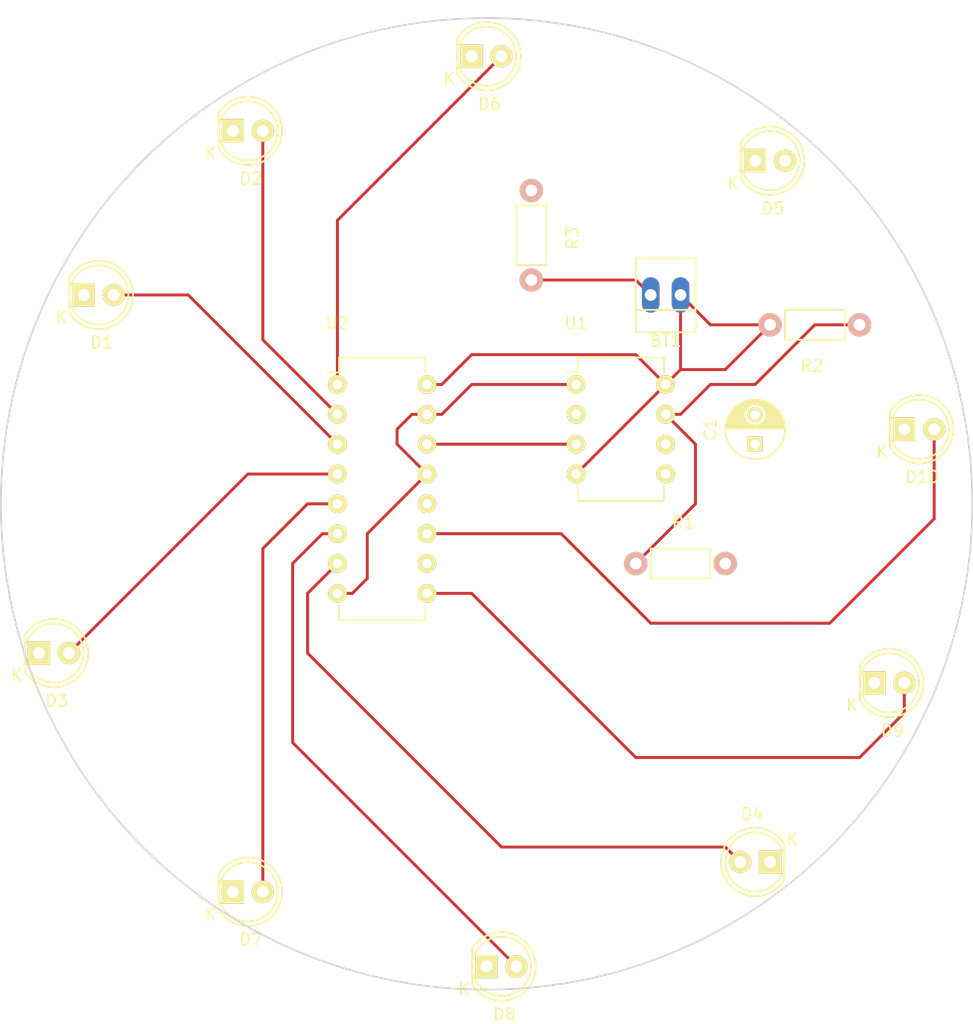
<source format=kicad_pcb>
(kicad_pcb (version 4) (host pcbnew 4.0.7)

  (general
    (links 36)
    (no_connects 16)
    (area 103.356795 55.096795 186.203205 137.943205)
    (thickness 1.6)
    (drawings 1)
    (tracks 64)
    (zones 0)
    (modules 17)
    (nets 19)
  )

  (page A4)
  (layers
    (0 F.Cu signal)
    (31 B.Cu signal)
    (32 B.Adhes user)
    (33 F.Adhes user)
    (34 B.Paste user)
    (35 F.Paste user)
    (36 B.SilkS user)
    (37 F.SilkS user)
    (38 B.Mask user)
    (39 F.Mask user)
    (40 Dwgs.User user)
    (41 Cmts.User user)
    (42 Eco1.User user)
    (43 Eco2.User user)
    (44 Edge.Cuts user)
    (45 Margin user)
    (46 B.CrtYd user)
    (47 F.CrtYd user)
    (48 B.Fab user)
    (49 F.Fab user)
  )

  (setup
    (last_trace_width 0.25)
    (trace_clearance 0.2)
    (zone_clearance 0.508)
    (zone_45_only no)
    (trace_min 0.2)
    (segment_width 0.2)
    (edge_width 0.15)
    (via_size 0.6)
    (via_drill 0.4)
    (via_min_size 0.4)
    (via_min_drill 0.3)
    (uvia_size 0.3)
    (uvia_drill 0.1)
    (uvias_allowed no)
    (uvia_min_size 0.2)
    (uvia_min_drill 0.1)
    (pcb_text_width 0.3)
    (pcb_text_size 1.5 1.5)
    (mod_edge_width 0.15)
    (mod_text_size 1 1)
    (mod_text_width 0.15)
    (pad_size 1.524 1.524)
    (pad_drill 0.762)
    (pad_to_mask_clearance 0.2)
    (aux_axis_origin 0 0)
    (visible_elements FFFFFF7F)
    (pcbplotparams
      (layerselection 0x00030_80000001)
      (usegerberextensions false)
      (excludeedgelayer true)
      (linewidth 0.100000)
      (plotframeref false)
      (viasonmask false)
      (mode 1)
      (useauxorigin false)
      (hpglpennumber 1)
      (hpglpenspeed 20)
      (hpglpendiameter 15)
      (hpglpenoverlay 2)
      (psnegative false)
      (psa4output false)
      (plotreference true)
      (plotvalue true)
      (plotinvisibletext false)
      (padsonsilk false)
      (subtractmaskfromsilk false)
      (outputformat 1)
      (mirror false)
      (drillshape 1)
      (scaleselection 1)
      (outputdirectory ""))
  )

  (net 0 "")
  (net 1 VDD)
  (net 2 VSS)
  (net 3 "Net-(C1-Pad1)")
  (net 4 "Net-(D1-Pad1)")
  (net 5 "Net-(D1-Pad2)")
  (net 6 "Net-(D2-Pad2)")
  (net 7 "Net-(D3-Pad2)")
  (net 8 "Net-(D4-Pad2)")
  (net 9 "Net-(D5-Pad2)")
  (net 10 "Net-(D6-Pad2)")
  (net 11 "Net-(D7-Pad2)")
  (net 12 "Net-(D8-Pad2)")
  (net 13 "Net-(D9-Pad2)")
  (net 14 "Net-(D10-Pad2)")
  (net 15 "Net-(R1-Pad1)")
  (net 16 "Net-(U1-Pad3)")
  (net 17 "Net-(U1-Pad5)")
  (net 18 "Net-(U2-Pad12)")

  (net_class Default "This is the default net class."
    (clearance 0.2)
    (trace_width 0.25)
    (via_dia 0.6)
    (via_drill 0.4)
    (uvia_dia 0.3)
    (uvia_drill 0.1)
    (add_net "Net-(C1-Pad1)")
    (add_net "Net-(D1-Pad1)")
    (add_net "Net-(D1-Pad2)")
    (add_net "Net-(D10-Pad2)")
    (add_net "Net-(D2-Pad2)")
    (add_net "Net-(D3-Pad2)")
    (add_net "Net-(D4-Pad2)")
    (add_net "Net-(D5-Pad2)")
    (add_net "Net-(D6-Pad2)")
    (add_net "Net-(D7-Pad2)")
    (add_net "Net-(D8-Pad2)")
    (add_net "Net-(D9-Pad2)")
    (add_net "Net-(R1-Pad1)")
    (add_net "Net-(U1-Pad3)")
    (add_net "Net-(U1-Pad5)")
    (add_net "Net-(U2-Pad12)")
    (add_net VDD)
    (add_net VSS)
  )

  (module Connect:PINHEAD1-2 (layer F.Cu) (tedit 0) (tstamp 5A846C23)
    (at 160.02 78.74 180)
    (path /5A847451)
    (attr virtual)
    (fp_text reference BT1 (at 0 -3.9 180) (layer F.SilkS)
      (effects (font (size 1 1) (thickness 0.15)))
    )
    (fp_text value Battery (at 0 3.81 180) (layer F.Fab)
      (effects (font (size 1 1) (thickness 0.15)))
    )
    (fp_line (start 2.54 -1.27) (end -2.54 -1.27) (layer F.SilkS) (width 0.15))
    (fp_line (start 2.54 3.175) (end -2.54 3.175) (layer F.SilkS) (width 0.15))
    (fp_line (start -2.54 -3.175) (end 2.54 -3.175) (layer F.SilkS) (width 0.15))
    (fp_line (start -2.54 -3.175) (end -2.54 3.175) (layer F.SilkS) (width 0.15))
    (fp_line (start 2.54 -3.175) (end 2.54 3.175) (layer F.SilkS) (width 0.15))
    (pad 1 thru_hole oval (at -1.27 0 180) (size 1.50622 3.01498) (drill 0.99822) (layers *.Cu *.Mask)
      (net 1 VDD))
    (pad 2 thru_hole oval (at 1.27 0 180) (size 1.50622 3.01498) (drill 0.99822) (layers *.Cu *.Mask)
      (net 2 VSS))
  )

  (module Capacitors_ThroughHole:C_Radial_D5_L6_P2.5 (layer F.Cu) (tedit 0) (tstamp 5A846C29)
    (at 167.64 91.44 90)
    (descr "Radial Electrolytic Capacitor Diameter 5mm x Length 6mm, Pitch 2.5mm")
    (tags "Electrolytic Capacitor")
    (path /5A849E09)
    (fp_text reference C1 (at 1.25 -3.8 90) (layer F.SilkS)
      (effects (font (size 1 1) (thickness 0.15)))
    )
    (fp_text value 1uF (at 1.25 3.8 90) (layer F.Fab)
      (effects (font (size 1 1) (thickness 0.15)))
    )
    (fp_line (start 1.325 -2.499) (end 1.325 2.499) (layer F.SilkS) (width 0.15))
    (fp_line (start 1.465 -2.491) (end 1.465 2.491) (layer F.SilkS) (width 0.15))
    (fp_line (start 1.605 -2.475) (end 1.605 -0.095) (layer F.SilkS) (width 0.15))
    (fp_line (start 1.605 0.095) (end 1.605 2.475) (layer F.SilkS) (width 0.15))
    (fp_line (start 1.745 -2.451) (end 1.745 -0.49) (layer F.SilkS) (width 0.15))
    (fp_line (start 1.745 0.49) (end 1.745 2.451) (layer F.SilkS) (width 0.15))
    (fp_line (start 1.885 -2.418) (end 1.885 -0.657) (layer F.SilkS) (width 0.15))
    (fp_line (start 1.885 0.657) (end 1.885 2.418) (layer F.SilkS) (width 0.15))
    (fp_line (start 2.025 -2.377) (end 2.025 -0.764) (layer F.SilkS) (width 0.15))
    (fp_line (start 2.025 0.764) (end 2.025 2.377) (layer F.SilkS) (width 0.15))
    (fp_line (start 2.165 -2.327) (end 2.165 -0.835) (layer F.SilkS) (width 0.15))
    (fp_line (start 2.165 0.835) (end 2.165 2.327) (layer F.SilkS) (width 0.15))
    (fp_line (start 2.305 -2.266) (end 2.305 -0.879) (layer F.SilkS) (width 0.15))
    (fp_line (start 2.305 0.879) (end 2.305 2.266) (layer F.SilkS) (width 0.15))
    (fp_line (start 2.445 -2.196) (end 2.445 -0.898) (layer F.SilkS) (width 0.15))
    (fp_line (start 2.445 0.898) (end 2.445 2.196) (layer F.SilkS) (width 0.15))
    (fp_line (start 2.585 -2.114) (end 2.585 -0.896) (layer F.SilkS) (width 0.15))
    (fp_line (start 2.585 0.896) (end 2.585 2.114) (layer F.SilkS) (width 0.15))
    (fp_line (start 2.725 -2.019) (end 2.725 -0.871) (layer F.SilkS) (width 0.15))
    (fp_line (start 2.725 0.871) (end 2.725 2.019) (layer F.SilkS) (width 0.15))
    (fp_line (start 2.865 -1.908) (end 2.865 -0.823) (layer F.SilkS) (width 0.15))
    (fp_line (start 2.865 0.823) (end 2.865 1.908) (layer F.SilkS) (width 0.15))
    (fp_line (start 3.005 -1.78) (end 3.005 -0.745) (layer F.SilkS) (width 0.15))
    (fp_line (start 3.005 0.745) (end 3.005 1.78) (layer F.SilkS) (width 0.15))
    (fp_line (start 3.145 -1.631) (end 3.145 -0.628) (layer F.SilkS) (width 0.15))
    (fp_line (start 3.145 0.628) (end 3.145 1.631) (layer F.SilkS) (width 0.15))
    (fp_line (start 3.285 -1.452) (end 3.285 -0.44) (layer F.SilkS) (width 0.15))
    (fp_line (start 3.285 0.44) (end 3.285 1.452) (layer F.SilkS) (width 0.15))
    (fp_line (start 3.425 -1.233) (end 3.425 1.233) (layer F.SilkS) (width 0.15))
    (fp_line (start 3.565 -0.944) (end 3.565 0.944) (layer F.SilkS) (width 0.15))
    (fp_line (start 3.705 -0.472) (end 3.705 0.472) (layer F.SilkS) (width 0.15))
    (fp_circle (center 2.5 0) (end 2.5 -0.9) (layer F.SilkS) (width 0.15))
    (fp_circle (center 1.25 0) (end 1.25 -2.5375) (layer F.SilkS) (width 0.15))
    (fp_circle (center 1.25 0) (end 1.25 -2.8) (layer F.CrtYd) (width 0.05))
    (pad 1 thru_hole rect (at 0 0 90) (size 1.3 1.3) (drill 0.8) (layers *.Cu *.Mask F.SilkS)
      (net 3 "Net-(C1-Pad1)"))
    (pad 2 thru_hole circle (at 2.5 0 90) (size 1.3 1.3) (drill 0.8) (layers *.Cu *.Mask F.SilkS)
      (net 2 VSS))
    (model Capacitors_ThroughHole.3dshapes/C_Radial_D5_L6_P2.5.wrl
      (at (xyz 0.0492126 0 0))
      (scale (xyz 1 1 1))
      (rotate (xyz 0 0 90))
    )
  )

  (module LEDs:LED-5MM (layer F.Cu) (tedit 5570F7EA) (tstamp 5A846C2F)
    (at 110.49 78.74)
    (descr "LED 5mm round vertical")
    (tags "LED 5mm round vertical")
    (path /5A845DA8)
    (fp_text reference D1 (at 1.524 4.064) (layer F.SilkS)
      (effects (font (size 1 1) (thickness 0.15)))
    )
    (fp_text value LED (at 1.524 -3.937) (layer F.Fab)
      (effects (font (size 1 1) (thickness 0.15)))
    )
    (fp_line (start -1.5 -1.55) (end -1.5 1.55) (layer F.CrtYd) (width 0.05))
    (fp_arc (start 1.3 0) (end -1.5 1.55) (angle -302) (layer F.CrtYd) (width 0.05))
    (fp_arc (start 1.27 0) (end -1.23 -1.5) (angle 297.5) (layer F.SilkS) (width 0.15))
    (fp_line (start -1.23 1.5) (end -1.23 -1.5) (layer F.SilkS) (width 0.15))
    (fp_circle (center 1.27 0) (end 0.97 -2.5) (layer F.SilkS) (width 0.15))
    (fp_text user K (at -1.905 1.905) (layer F.SilkS)
      (effects (font (size 1 1) (thickness 0.15)))
    )
    (pad 1 thru_hole rect (at 0 0 90) (size 2 1.9) (drill 1.00076) (layers *.Cu *.Mask F.SilkS)
      (net 4 "Net-(D1-Pad1)"))
    (pad 2 thru_hole circle (at 2.54 0) (size 1.9 1.9) (drill 1.00076) (layers *.Cu *.Mask F.SilkS)
      (net 5 "Net-(D1-Pad2)"))
    (model LEDs.3dshapes/LED-5MM.wrl
      (at (xyz 0.05 0 0))
      (scale (xyz 1 1 1))
      (rotate (xyz 0 0 90))
    )
  )

  (module LEDs:LED-5MM (layer F.Cu) (tedit 5570F7EA) (tstamp 5A846C35)
    (at 123.19 64.77)
    (descr "LED 5mm round vertical")
    (tags "LED 5mm round vertical")
    (path /5A845DA2)
    (fp_text reference D2 (at 1.524 4.064) (layer F.SilkS)
      (effects (font (size 1 1) (thickness 0.15)))
    )
    (fp_text value LED (at 1.524 -3.937) (layer F.Fab)
      (effects (font (size 1 1) (thickness 0.15)))
    )
    (fp_line (start -1.5 -1.55) (end -1.5 1.55) (layer F.CrtYd) (width 0.05))
    (fp_arc (start 1.3 0) (end -1.5 1.55) (angle -302) (layer F.CrtYd) (width 0.05))
    (fp_arc (start 1.27 0) (end -1.23 -1.5) (angle 297.5) (layer F.SilkS) (width 0.15))
    (fp_line (start -1.23 1.5) (end -1.23 -1.5) (layer F.SilkS) (width 0.15))
    (fp_circle (center 1.27 0) (end 0.97 -2.5) (layer F.SilkS) (width 0.15))
    (fp_text user K (at -1.905 1.905) (layer F.SilkS)
      (effects (font (size 1 1) (thickness 0.15)))
    )
    (pad 1 thru_hole rect (at 0 0 90) (size 2 1.9) (drill 1.00076) (layers *.Cu *.Mask F.SilkS)
      (net 4 "Net-(D1-Pad1)"))
    (pad 2 thru_hole circle (at 2.54 0) (size 1.9 1.9) (drill 1.00076) (layers *.Cu *.Mask F.SilkS)
      (net 6 "Net-(D2-Pad2)"))
    (model LEDs.3dshapes/LED-5MM.wrl
      (at (xyz 0.05 0 0))
      (scale (xyz 1 1 1))
      (rotate (xyz 0 0 90))
    )
  )

  (module LEDs:LED-5MM (layer F.Cu) (tedit 5570F7EA) (tstamp 5A846C3B)
    (at 106.68 109.22)
    (descr "LED 5mm round vertical")
    (tags "LED 5mm round vertical")
    (path /5A845A91)
    (fp_text reference D3 (at 1.524 4.064) (layer F.SilkS)
      (effects (font (size 1 1) (thickness 0.15)))
    )
    (fp_text value LED (at 1.524 -3.937) (layer F.Fab)
      (effects (font (size 1 1) (thickness 0.15)))
    )
    (fp_line (start -1.5 -1.55) (end -1.5 1.55) (layer F.CrtYd) (width 0.05))
    (fp_arc (start 1.3 0) (end -1.5 1.55) (angle -302) (layer F.CrtYd) (width 0.05))
    (fp_arc (start 1.27 0) (end -1.23 -1.5) (angle 297.5) (layer F.SilkS) (width 0.15))
    (fp_line (start -1.23 1.5) (end -1.23 -1.5) (layer F.SilkS) (width 0.15))
    (fp_circle (center 1.27 0) (end 0.97 -2.5) (layer F.SilkS) (width 0.15))
    (fp_text user K (at -1.905 1.905) (layer F.SilkS)
      (effects (font (size 1 1) (thickness 0.15)))
    )
    (pad 1 thru_hole rect (at 0 0 90) (size 2 1.9) (drill 1.00076) (layers *.Cu *.Mask F.SilkS)
      (net 4 "Net-(D1-Pad1)"))
    (pad 2 thru_hole circle (at 2.54 0) (size 1.9 1.9) (drill 1.00076) (layers *.Cu *.Mask F.SilkS)
      (net 7 "Net-(D3-Pad2)"))
    (model LEDs.3dshapes/LED-5MM.wrl
      (at (xyz 0.05 0 0))
      (scale (xyz 1 1 1))
      (rotate (xyz 0 0 90))
    )
  )

  (module LEDs:LED-5MM (layer F.Cu) (tedit 5570F7EA) (tstamp 5A846C41)
    (at 168.91 127 180)
    (descr "LED 5mm round vertical")
    (tags "LED 5mm round vertical")
    (path /5A845A28)
    (fp_text reference D4 (at 1.524 4.064 180) (layer F.SilkS)
      (effects (font (size 1 1) (thickness 0.15)))
    )
    (fp_text value LED (at 1.524 -3.937 180) (layer F.Fab)
      (effects (font (size 1 1) (thickness 0.15)))
    )
    (fp_line (start -1.5 -1.55) (end -1.5 1.55) (layer F.CrtYd) (width 0.05))
    (fp_arc (start 1.3 0) (end -1.5 1.55) (angle -302) (layer F.CrtYd) (width 0.05))
    (fp_arc (start 1.27 0) (end -1.23 -1.5) (angle 297.5) (layer F.SilkS) (width 0.15))
    (fp_line (start -1.23 1.5) (end -1.23 -1.5) (layer F.SilkS) (width 0.15))
    (fp_circle (center 1.27 0) (end 0.97 -2.5) (layer F.SilkS) (width 0.15))
    (fp_text user K (at -1.905 1.905 180) (layer F.SilkS)
      (effects (font (size 1 1) (thickness 0.15)))
    )
    (pad 1 thru_hole rect (at 0 0 270) (size 2 1.9) (drill 1.00076) (layers *.Cu *.Mask F.SilkS)
      (net 4 "Net-(D1-Pad1)"))
    (pad 2 thru_hole circle (at 2.54 0 180) (size 1.9 1.9) (drill 1.00076) (layers *.Cu *.Mask F.SilkS)
      (net 8 "Net-(D4-Pad2)"))
    (model LEDs.3dshapes/LED-5MM.wrl
      (at (xyz 0.05 0 0))
      (scale (xyz 1 1 1))
      (rotate (xyz 0 0 90))
    )
  )

  (module LEDs:LED-5MM (layer F.Cu) (tedit 5570F7EA) (tstamp 5A846C47)
    (at 167.64 67.31)
    (descr "LED 5mm round vertical")
    (tags "LED 5mm round vertical")
    (path /5A845C5A)
    (fp_text reference D5 (at 1.524 4.064) (layer F.SilkS)
      (effects (font (size 1 1) (thickness 0.15)))
    )
    (fp_text value LED (at 1.524 -3.937) (layer F.Fab)
      (effects (font (size 1 1) (thickness 0.15)))
    )
    (fp_line (start -1.5 -1.55) (end -1.5 1.55) (layer F.CrtYd) (width 0.05))
    (fp_arc (start 1.3 0) (end -1.5 1.55) (angle -302) (layer F.CrtYd) (width 0.05))
    (fp_arc (start 1.27 0) (end -1.23 -1.5) (angle 297.5) (layer F.SilkS) (width 0.15))
    (fp_line (start -1.23 1.5) (end -1.23 -1.5) (layer F.SilkS) (width 0.15))
    (fp_circle (center 1.27 0) (end 0.97 -2.5) (layer F.SilkS) (width 0.15))
    (fp_text user K (at -1.905 1.905) (layer F.SilkS)
      (effects (font (size 1 1) (thickness 0.15)))
    )
    (pad 1 thru_hole rect (at 0 0 90) (size 2 1.9) (drill 1.00076) (layers *.Cu *.Mask F.SilkS)
      (net 4 "Net-(D1-Pad1)"))
    (pad 2 thru_hole circle (at 2.54 0) (size 1.9 1.9) (drill 1.00076) (layers *.Cu *.Mask F.SilkS)
      (net 9 "Net-(D5-Pad2)"))
    (model LEDs.3dshapes/LED-5MM.wrl
      (at (xyz 0.05 0 0))
      (scale (xyz 1 1 1))
      (rotate (xyz 0 0 90))
    )
  )

  (module LEDs:LED-5MM (layer F.Cu) (tedit 5570F7EA) (tstamp 5A846C4D)
    (at 143.51 58.42)
    (descr "LED 5mm round vertical")
    (tags "LED 5mm round vertical")
    (path /5A845C54)
    (fp_text reference D6 (at 1.524 4.064) (layer F.SilkS)
      (effects (font (size 1 1) (thickness 0.15)))
    )
    (fp_text value LED (at 1.524 -3.937) (layer F.Fab)
      (effects (font (size 1 1) (thickness 0.15)))
    )
    (fp_line (start -1.5 -1.55) (end -1.5 1.55) (layer F.CrtYd) (width 0.05))
    (fp_arc (start 1.3 0) (end -1.5 1.55) (angle -302) (layer F.CrtYd) (width 0.05))
    (fp_arc (start 1.27 0) (end -1.23 -1.5) (angle 297.5) (layer F.SilkS) (width 0.15))
    (fp_line (start -1.23 1.5) (end -1.23 -1.5) (layer F.SilkS) (width 0.15))
    (fp_circle (center 1.27 0) (end 0.97 -2.5) (layer F.SilkS) (width 0.15))
    (fp_text user K (at -1.905 1.905) (layer F.SilkS)
      (effects (font (size 1 1) (thickness 0.15)))
    )
    (pad 1 thru_hole rect (at 0 0 90) (size 2 1.9) (drill 1.00076) (layers *.Cu *.Mask F.SilkS)
      (net 4 "Net-(D1-Pad1)"))
    (pad 2 thru_hole circle (at 2.54 0) (size 1.9 1.9) (drill 1.00076) (layers *.Cu *.Mask F.SilkS)
      (net 10 "Net-(D6-Pad2)"))
    (model LEDs.3dshapes/LED-5MM.wrl
      (at (xyz 0.05 0 0))
      (scale (xyz 1 1 1))
      (rotate (xyz 0 0 90))
    )
  )

  (module LEDs:LED-5MM (layer F.Cu) (tedit 5570F7EA) (tstamp 5A846C53)
    (at 123.19 129.54)
    (descr "LED 5mm round vertical")
    (tags "LED 5mm round vertical")
    (path /5A845D48)
    (fp_text reference D7 (at 1.524 4.064) (layer F.SilkS)
      (effects (font (size 1 1) (thickness 0.15)))
    )
    (fp_text value LED (at 1.524 -3.937) (layer F.Fab)
      (effects (font (size 1 1) (thickness 0.15)))
    )
    (fp_line (start -1.5 -1.55) (end -1.5 1.55) (layer F.CrtYd) (width 0.05))
    (fp_arc (start 1.3 0) (end -1.5 1.55) (angle -302) (layer F.CrtYd) (width 0.05))
    (fp_arc (start 1.27 0) (end -1.23 -1.5) (angle 297.5) (layer F.SilkS) (width 0.15))
    (fp_line (start -1.23 1.5) (end -1.23 -1.5) (layer F.SilkS) (width 0.15))
    (fp_circle (center 1.27 0) (end 0.97 -2.5) (layer F.SilkS) (width 0.15))
    (fp_text user K (at -1.905 1.905) (layer F.SilkS)
      (effects (font (size 1 1) (thickness 0.15)))
    )
    (pad 1 thru_hole rect (at 0 0 90) (size 2 1.9) (drill 1.00076) (layers *.Cu *.Mask F.SilkS)
      (net 4 "Net-(D1-Pad1)"))
    (pad 2 thru_hole circle (at 2.54 0) (size 1.9 1.9) (drill 1.00076) (layers *.Cu *.Mask F.SilkS)
      (net 11 "Net-(D7-Pad2)"))
    (model LEDs.3dshapes/LED-5MM.wrl
      (at (xyz 0.05 0 0))
      (scale (xyz 1 1 1))
      (rotate (xyz 0 0 90))
    )
  )

  (module LEDs:LED-5MM (layer F.Cu) (tedit 5570F7EA) (tstamp 5A846C59)
    (at 144.78 135.89)
    (descr "LED 5mm round vertical")
    (tags "LED 5mm round vertical")
    (path /5A845D42)
    (fp_text reference D8 (at 1.524 4.064) (layer F.SilkS)
      (effects (font (size 1 1) (thickness 0.15)))
    )
    (fp_text value LED (at 1.524 -3.937) (layer F.Fab)
      (effects (font (size 1 1) (thickness 0.15)))
    )
    (fp_line (start -1.5 -1.55) (end -1.5 1.55) (layer F.CrtYd) (width 0.05))
    (fp_arc (start 1.3 0) (end -1.5 1.55) (angle -302) (layer F.CrtYd) (width 0.05))
    (fp_arc (start 1.27 0) (end -1.23 -1.5) (angle 297.5) (layer F.SilkS) (width 0.15))
    (fp_line (start -1.23 1.5) (end -1.23 -1.5) (layer F.SilkS) (width 0.15))
    (fp_circle (center 1.27 0) (end 0.97 -2.5) (layer F.SilkS) (width 0.15))
    (fp_text user K (at -1.905 1.905) (layer F.SilkS)
      (effects (font (size 1 1) (thickness 0.15)))
    )
    (pad 1 thru_hole rect (at 0 0 90) (size 2 1.9) (drill 1.00076) (layers *.Cu *.Mask F.SilkS)
      (net 4 "Net-(D1-Pad1)"))
    (pad 2 thru_hole circle (at 2.54 0) (size 1.9 1.9) (drill 1.00076) (layers *.Cu *.Mask F.SilkS)
      (net 12 "Net-(D8-Pad2)"))
    (model LEDs.3dshapes/LED-5MM.wrl
      (at (xyz 0.05 0 0))
      (scale (xyz 1 1 1))
      (rotate (xyz 0 0 90))
    )
  )

  (module LEDs:LED-5MM (layer F.Cu) (tedit 5570F7EA) (tstamp 5A846C5F)
    (at 177.8 111.76)
    (descr "LED 5mm round vertical")
    (tags "LED 5mm round vertical")
    (path /5A845D54)
    (fp_text reference D9 (at 1.524 4.064) (layer F.SilkS)
      (effects (font (size 1 1) (thickness 0.15)))
    )
    (fp_text value LED (at 1.524 -3.937) (layer F.Fab)
      (effects (font (size 1 1) (thickness 0.15)))
    )
    (fp_line (start -1.5 -1.55) (end -1.5 1.55) (layer F.CrtYd) (width 0.05))
    (fp_arc (start 1.3 0) (end -1.5 1.55) (angle -302) (layer F.CrtYd) (width 0.05))
    (fp_arc (start 1.27 0) (end -1.23 -1.5) (angle 297.5) (layer F.SilkS) (width 0.15))
    (fp_line (start -1.23 1.5) (end -1.23 -1.5) (layer F.SilkS) (width 0.15))
    (fp_circle (center 1.27 0) (end 0.97 -2.5) (layer F.SilkS) (width 0.15))
    (fp_text user K (at -1.905 1.905) (layer F.SilkS)
      (effects (font (size 1 1) (thickness 0.15)))
    )
    (pad 1 thru_hole rect (at 0 0 90) (size 2 1.9) (drill 1.00076) (layers *.Cu *.Mask F.SilkS)
      (net 4 "Net-(D1-Pad1)"))
    (pad 2 thru_hole circle (at 2.54 0) (size 1.9 1.9) (drill 1.00076) (layers *.Cu *.Mask F.SilkS)
      (net 13 "Net-(D9-Pad2)"))
    (model LEDs.3dshapes/LED-5MM.wrl
      (at (xyz 0.05 0 0))
      (scale (xyz 1 1 1))
      (rotate (xyz 0 0 90))
    )
  )

  (module LEDs:LED-5MM (layer F.Cu) (tedit 5570F7EA) (tstamp 5A846C65)
    (at 180.34 90.17)
    (descr "LED 5mm round vertical")
    (tags "LED 5mm round vertical")
    (path /5A845D4E)
    (fp_text reference D10 (at 1.524 4.064) (layer F.SilkS)
      (effects (font (size 1 1) (thickness 0.15)))
    )
    (fp_text value LED (at 1.524 -3.937) (layer F.Fab)
      (effects (font (size 1 1) (thickness 0.15)))
    )
    (fp_line (start -1.5 -1.55) (end -1.5 1.55) (layer F.CrtYd) (width 0.05))
    (fp_arc (start 1.3 0) (end -1.5 1.55) (angle -302) (layer F.CrtYd) (width 0.05))
    (fp_arc (start 1.27 0) (end -1.23 -1.5) (angle 297.5) (layer F.SilkS) (width 0.15))
    (fp_line (start -1.23 1.5) (end -1.23 -1.5) (layer F.SilkS) (width 0.15))
    (fp_circle (center 1.27 0) (end 0.97 -2.5) (layer F.SilkS) (width 0.15))
    (fp_text user K (at -1.905 1.905) (layer F.SilkS)
      (effects (font (size 1 1) (thickness 0.15)))
    )
    (pad 1 thru_hole rect (at 0 0 90) (size 2 1.9) (drill 1.00076) (layers *.Cu *.Mask F.SilkS)
      (net 4 "Net-(D1-Pad1)"))
    (pad 2 thru_hole circle (at 2.54 0) (size 1.9 1.9) (drill 1.00076) (layers *.Cu *.Mask F.SilkS)
      (net 14 "Net-(D10-Pad2)"))
    (model LEDs.3dshapes/LED-5MM.wrl
      (at (xyz 0.05 0 0))
      (scale (xyz 1 1 1))
      (rotate (xyz 0 0 90))
    )
  )

  (module Resistors_ThroughHole:Resistor_Horizontal_RM7mm (layer F.Cu) (tedit 569FCF07) (tstamp 5A846C6B)
    (at 157.48 101.6)
    (descr "Resistor, Axial,  RM 7.62mm, 1/3W,")
    (tags "Resistor Axial RM 7.62mm 1/3W R3")
    (path /5A8478C0)
    (fp_text reference R1 (at 4.05892 -3.50012) (layer F.SilkS)
      (effects (font (size 1 1) (thickness 0.15)))
    )
    (fp_text value 47K (at 3.81 3.81) (layer F.Fab)
      (effects (font (size 1 1) (thickness 0.15)))
    )
    (fp_line (start -1.25 -1.5) (end 8.85 -1.5) (layer F.CrtYd) (width 0.05))
    (fp_line (start -1.25 1.5) (end -1.25 -1.5) (layer F.CrtYd) (width 0.05))
    (fp_line (start 8.85 -1.5) (end 8.85 1.5) (layer F.CrtYd) (width 0.05))
    (fp_line (start -1.25 1.5) (end 8.85 1.5) (layer F.CrtYd) (width 0.05))
    (fp_line (start 1.27 -1.27) (end 6.35 -1.27) (layer F.SilkS) (width 0.15))
    (fp_line (start 6.35 -1.27) (end 6.35 1.27) (layer F.SilkS) (width 0.15))
    (fp_line (start 6.35 1.27) (end 1.27 1.27) (layer F.SilkS) (width 0.15))
    (fp_line (start 1.27 1.27) (end 1.27 -1.27) (layer F.SilkS) (width 0.15))
    (pad 1 thru_hole circle (at 0 0) (size 1.99898 1.99898) (drill 1.00076) (layers *.Cu *.SilkS *.Mask)
      (net 15 "Net-(R1-Pad1)"))
    (pad 2 thru_hole circle (at 7.62 0) (size 1.99898 1.99898) (drill 1.00076) (layers *.Cu *.SilkS *.Mask)
      (net 3 "Net-(C1-Pad1)"))
  )

  (module Resistors_ThroughHole:Resistor_Horizontal_RM7mm (layer F.Cu) (tedit 569FCF07) (tstamp 5A846C71)
    (at 176.53 81.28 180)
    (descr "Resistor, Axial,  RM 7.62mm, 1/3W,")
    (tags "Resistor Axial RM 7.62mm 1/3W R3")
    (path /5A846A32)
    (fp_text reference R2 (at 4.05892 -3.50012 180) (layer F.SilkS)
      (effects (font (size 1 1) (thickness 0.15)))
    )
    (fp_text value 1K (at 3.81 3.81 180) (layer F.Fab)
      (effects (font (size 1 1) (thickness 0.15)))
    )
    (fp_line (start -1.25 -1.5) (end 8.85 -1.5) (layer F.CrtYd) (width 0.05))
    (fp_line (start -1.25 1.5) (end -1.25 -1.5) (layer F.CrtYd) (width 0.05))
    (fp_line (start 8.85 -1.5) (end 8.85 1.5) (layer F.CrtYd) (width 0.05))
    (fp_line (start -1.25 1.5) (end 8.85 1.5) (layer F.CrtYd) (width 0.05))
    (fp_line (start 1.27 -1.27) (end 6.35 -1.27) (layer F.SilkS) (width 0.15))
    (fp_line (start 6.35 -1.27) (end 6.35 1.27) (layer F.SilkS) (width 0.15))
    (fp_line (start 6.35 1.27) (end 1.27 1.27) (layer F.SilkS) (width 0.15))
    (fp_line (start 1.27 1.27) (end 1.27 -1.27) (layer F.SilkS) (width 0.15))
    (pad 1 thru_hole circle (at 0 0 180) (size 1.99898 1.99898) (drill 1.00076) (layers *.Cu *.SilkS *.Mask)
      (net 15 "Net-(R1-Pad1)"))
    (pad 2 thru_hole circle (at 7.62 0 180) (size 1.99898 1.99898) (drill 1.00076) (layers *.Cu *.SilkS *.Mask)
      (net 1 VDD))
  )

  (module Resistors_ThroughHole:Resistor_Horizontal_RM7mm (layer F.Cu) (tedit 569FCF07) (tstamp 5A846C77)
    (at 148.59 69.85 270)
    (descr "Resistor, Axial,  RM 7.62mm, 1/3W,")
    (tags "Resistor Axial RM 7.62mm 1/3W R3")
    (path /5A8467A1)
    (fp_text reference R3 (at 4.05892 -3.50012 270) (layer F.SilkS)
      (effects (font (size 1 1) (thickness 0.15)))
    )
    (fp_text value 470R (at 3.81 3.81 270) (layer F.Fab)
      (effects (font (size 1 1) (thickness 0.15)))
    )
    (fp_line (start -1.25 -1.5) (end 8.85 -1.5) (layer F.CrtYd) (width 0.05))
    (fp_line (start -1.25 1.5) (end -1.25 -1.5) (layer F.CrtYd) (width 0.05))
    (fp_line (start 8.85 -1.5) (end 8.85 1.5) (layer F.CrtYd) (width 0.05))
    (fp_line (start -1.25 1.5) (end 8.85 1.5) (layer F.CrtYd) (width 0.05))
    (fp_line (start 1.27 -1.27) (end 6.35 -1.27) (layer F.SilkS) (width 0.15))
    (fp_line (start 6.35 -1.27) (end 6.35 1.27) (layer F.SilkS) (width 0.15))
    (fp_line (start 6.35 1.27) (end 1.27 1.27) (layer F.SilkS) (width 0.15))
    (fp_line (start 1.27 1.27) (end 1.27 -1.27) (layer F.SilkS) (width 0.15))
    (pad 1 thru_hole circle (at 0 0 270) (size 1.99898 1.99898) (drill 1.00076) (layers *.Cu *.SilkS *.Mask)
      (net 4 "Net-(D1-Pad1)"))
    (pad 2 thru_hole circle (at 7.62 0 270) (size 1.99898 1.99898) (drill 1.00076) (layers *.Cu *.SilkS *.Mask)
      (net 2 VSS))
  )

  (module Housings_DIP:DIP-8_W7.62mm (layer F.Cu) (tedit 54130A77) (tstamp 5A846C83)
    (at 152.4 86.36)
    (descr "8-lead dip package, row spacing 7.62 mm (300 mils)")
    (tags "dil dip 2.54 300")
    (path /5A8459A6)
    (fp_text reference U1 (at 0 -5.22) (layer F.SilkS)
      (effects (font (size 1 1) (thickness 0.15)))
    )
    (fp_text value LM555 (at 0 -3.72) (layer F.Fab)
      (effects (font (size 1 1) (thickness 0.15)))
    )
    (fp_line (start -1.05 -2.45) (end -1.05 10.1) (layer F.CrtYd) (width 0.05))
    (fp_line (start 8.65 -2.45) (end 8.65 10.1) (layer F.CrtYd) (width 0.05))
    (fp_line (start -1.05 -2.45) (end 8.65 -2.45) (layer F.CrtYd) (width 0.05))
    (fp_line (start -1.05 10.1) (end 8.65 10.1) (layer F.CrtYd) (width 0.05))
    (fp_line (start 0.135 -2.295) (end 0.135 -1.025) (layer F.SilkS) (width 0.15))
    (fp_line (start 7.485 -2.295) (end 7.485 -1.025) (layer F.SilkS) (width 0.15))
    (fp_line (start 7.485 9.915) (end 7.485 8.645) (layer F.SilkS) (width 0.15))
    (fp_line (start 0.135 9.915) (end 0.135 8.645) (layer F.SilkS) (width 0.15))
    (fp_line (start 0.135 -2.295) (end 7.485 -2.295) (layer F.SilkS) (width 0.15))
    (fp_line (start 0.135 9.915) (end 7.485 9.915) (layer F.SilkS) (width 0.15))
    (fp_line (start 0.135 -1.025) (end -0.8 -1.025) (layer F.SilkS) (width 0.15))
    (pad 1 thru_hole oval (at 0 0) (size 1.6 1.6) (drill 0.8) (layers *.Cu *.Mask F.SilkS)
      (net 2 VSS))
    (pad 2 thru_hole oval (at 0 2.54) (size 1.6 1.6) (drill 0.8) (layers *.Cu *.Mask F.SilkS)
      (net 3 "Net-(C1-Pad1)"))
    (pad 3 thru_hole oval (at 0 5.08) (size 1.6 1.6) (drill 0.8) (layers *.Cu *.Mask F.SilkS)
      (net 16 "Net-(U1-Pad3)"))
    (pad 4 thru_hole oval (at 0 7.62) (size 1.6 1.6) (drill 0.8) (layers *.Cu *.Mask F.SilkS)
      (net 1 VDD))
    (pad 5 thru_hole oval (at 7.62 7.62) (size 1.6 1.6) (drill 0.8) (layers *.Cu *.Mask F.SilkS)
      (net 17 "Net-(U1-Pad5)"))
    (pad 6 thru_hole oval (at 7.62 5.08) (size 1.6 1.6) (drill 0.8) (layers *.Cu *.Mask F.SilkS)
      (net 3 "Net-(C1-Pad1)"))
    (pad 7 thru_hole oval (at 7.62 2.54) (size 1.6 1.6) (drill 0.8) (layers *.Cu *.Mask F.SilkS)
      (net 15 "Net-(R1-Pad1)"))
    (pad 8 thru_hole oval (at 7.62 0) (size 1.6 1.6) (drill 0.8) (layers *.Cu *.Mask F.SilkS)
      (net 1 VDD))
    (model Housings_DIP.3dshapes/DIP-8_W7.62mm.wrl
      (at (xyz 0 0 0))
      (scale (xyz 1 1 1))
      (rotate (xyz 0 0 0))
    )
  )

  (module Housings_DIP:DIP-16_W7.62mm (layer F.Cu) (tedit 54130A77) (tstamp 5A846C97)
    (at 132.08 86.36)
    (descr "16-lead dip package, row spacing 7.62 mm (300 mils)")
    (tags "dil dip 2.54 300")
    (path /5A84595A)
    (fp_text reference U2 (at 0 -5.22) (layer F.SilkS)
      (effects (font (size 1 1) (thickness 0.15)))
    )
    (fp_text value 4017 (at 0 -3.72) (layer F.Fab)
      (effects (font (size 1 1) (thickness 0.15)))
    )
    (fp_line (start -1.05 -2.45) (end -1.05 20.25) (layer F.CrtYd) (width 0.05))
    (fp_line (start 8.65 -2.45) (end 8.65 20.25) (layer F.CrtYd) (width 0.05))
    (fp_line (start -1.05 -2.45) (end 8.65 -2.45) (layer F.CrtYd) (width 0.05))
    (fp_line (start -1.05 20.25) (end 8.65 20.25) (layer F.CrtYd) (width 0.05))
    (fp_line (start 0.135 -2.295) (end 0.135 -1.025) (layer F.SilkS) (width 0.15))
    (fp_line (start 7.485 -2.295) (end 7.485 -1.025) (layer F.SilkS) (width 0.15))
    (fp_line (start 7.485 20.075) (end 7.485 18.805) (layer F.SilkS) (width 0.15))
    (fp_line (start 0.135 20.075) (end 0.135 18.805) (layer F.SilkS) (width 0.15))
    (fp_line (start 0.135 -2.295) (end 7.485 -2.295) (layer F.SilkS) (width 0.15))
    (fp_line (start 0.135 20.075) (end 7.485 20.075) (layer F.SilkS) (width 0.15))
    (fp_line (start 0.135 -1.025) (end -0.8 -1.025) (layer F.SilkS) (width 0.15))
    (pad 1 thru_hole oval (at 0 0) (size 1.6 1.6) (drill 0.8) (layers *.Cu *.Mask F.SilkS)
      (net 10 "Net-(D6-Pad2)"))
    (pad 2 thru_hole oval (at 0 2.54) (size 1.6 1.6) (drill 0.8) (layers *.Cu *.Mask F.SilkS)
      (net 6 "Net-(D2-Pad2)"))
    (pad 3 thru_hole oval (at 0 5.08) (size 1.6 1.6) (drill 0.8) (layers *.Cu *.Mask F.SilkS)
      (net 5 "Net-(D1-Pad2)"))
    (pad 4 thru_hole oval (at 0 7.62) (size 1.6 1.6) (drill 0.8) (layers *.Cu *.Mask F.SilkS)
      (net 7 "Net-(D3-Pad2)"))
    (pad 5 thru_hole oval (at 0 10.16) (size 1.6 1.6) (drill 0.8) (layers *.Cu *.Mask F.SilkS)
      (net 11 "Net-(D7-Pad2)"))
    (pad 6 thru_hole oval (at 0 12.7) (size 1.6 1.6) (drill 0.8) (layers *.Cu *.Mask F.SilkS)
      (net 12 "Net-(D8-Pad2)"))
    (pad 7 thru_hole oval (at 0 15.24) (size 1.6 1.6) (drill 0.8) (layers *.Cu *.Mask F.SilkS)
      (net 8 "Net-(D4-Pad2)"))
    (pad 8 thru_hole oval (at 0 17.78) (size 1.6 1.6) (drill 0.8) (layers *.Cu *.Mask F.SilkS)
      (net 2 VSS))
    (pad 9 thru_hole oval (at 7.62 17.78) (size 1.6 1.6) (drill 0.8) (layers *.Cu *.Mask F.SilkS)
      (net 13 "Net-(D9-Pad2)"))
    (pad 10 thru_hole oval (at 7.62 15.24) (size 1.6 1.6) (drill 0.8) (layers *.Cu *.Mask F.SilkS)
      (net 9 "Net-(D5-Pad2)"))
    (pad 11 thru_hole oval (at 7.62 12.7) (size 1.6 1.6) (drill 0.8) (layers *.Cu *.Mask F.SilkS)
      (net 14 "Net-(D10-Pad2)"))
    (pad 12 thru_hole oval (at 7.62 10.16) (size 1.6 1.6) (drill 0.8) (layers *.Cu *.Mask F.SilkS)
      (net 18 "Net-(U2-Pad12)"))
    (pad 13 thru_hole oval (at 7.62 7.62) (size 1.6 1.6) (drill 0.8) (layers *.Cu *.Mask F.SilkS)
      (net 2 VSS))
    (pad 14 thru_hole oval (at 7.62 5.08) (size 1.6 1.6) (drill 0.8) (layers *.Cu *.Mask F.SilkS)
      (net 16 "Net-(U1-Pad3)"))
    (pad 15 thru_hole oval (at 7.62 2.54) (size 1.6 1.6) (drill 0.8) (layers *.Cu *.Mask F.SilkS)
      (net 2 VSS))
    (pad 16 thru_hole oval (at 7.62 0) (size 1.6 1.6) (drill 0.8) (layers *.Cu *.Mask F.SilkS)
      (net 1 VDD))
    (model Housings_DIP.3dshapes/DIP-16_W7.62mm.wrl
      (at (xyz 0 0 0))
      (scale (xyz 1 1 1))
      (rotate (xyz 0 0 0))
    )
  )

  (gr_circle (center 144.78 96.52) (end 175.26 124.46) (layer Edge.Cuts) (width 0.15))

  (segment (start 160.02 86.36) (end 161.29 85.09) (width 0.25) (layer F.Cu) (net 1))
  (segment (start 161.29 85.09) (end 161.29 78.74) (width 0.25) (layer F.Cu) (net 1) (tstamp 5A847149))
  (segment (start 161.29 78.74) (end 163.83 81.28) (width 0.25) (layer F.Cu) (net 1) (tstamp 5A84714C))
  (segment (start 163.83 81.28) (end 168.91 81.28) (width 0.25) (layer F.Cu) (net 1) (tstamp 5A84714E))
  (segment (start 168.91 81.28) (end 165.1 85.09) (width 0.25) (layer F.Cu) (net 1) (tstamp 5A847151))
  (segment (start 165.1 85.09) (end 161.29 85.09) (width 0.25) (layer F.Cu) (net 1) (tstamp 5A847152))
  (segment (start 152.4 93.98) (end 160.02 86.36) (width 0.25) (layer F.Cu) (net 1))
  (segment (start 139.7 86.36) (end 140.97 86.36) (width 0.25) (layer F.Cu) (net 1))
  (segment (start 157.48 83.82) (end 160.02 86.36) (width 0.25) (layer F.Cu) (net 1) (tstamp 5A8470E3))
  (segment (start 143.51 83.82) (end 157.48 83.82) (width 0.25) (layer F.Cu) (net 1) (tstamp 5A8470E0))
  (segment (start 140.97 86.36) (end 143.51 83.82) (width 0.25) (layer F.Cu) (net 1) (tstamp 5A8470DC))
  (segment (start 132.08 104.14) (end 133.35 104.14) (width 0.25) (layer F.Cu) (net 2))
  (segment (start 134.62 99.06) (end 139.7 93.98) (width 0.25) (layer F.Cu) (net 2) (tstamp 5A84778B))
  (segment (start 134.62 102.87) (end 134.62 99.06) (width 0.25) (layer F.Cu) (net 2) (tstamp 5A847789))
  (segment (start 133.35 104.14) (end 134.62 102.87) (width 0.25) (layer F.Cu) (net 2) (tstamp 5A847783))
  (segment (start 148.59 77.47) (end 157.48 77.47) (width 0.25) (layer F.Cu) (net 2))
  (segment (start 157.48 77.47) (end 158.75 78.74) (width 0.25) (layer F.Cu) (net 2) (tstamp 5A84713F))
  (segment (start 139.7 88.9) (end 138.43 88.9) (width 0.25) (layer F.Cu) (net 2))
  (segment (start 137.16 91.44) (end 139.7 93.98) (width 0.25) (layer F.Cu) (net 2) (tstamp 5A847120))
  (segment (start 137.16 90.17) (end 137.16 91.44) (width 0.25) (layer F.Cu) (net 2) (tstamp 5A84711E))
  (segment (start 138.43 88.9) (end 137.16 90.17) (width 0.25) (layer F.Cu) (net 2) (tstamp 5A84711C))
  (segment (start 139.7 88.9) (end 140.97 88.9) (width 0.25) (layer F.Cu) (net 2))
  (segment (start 143.51 86.36) (end 152.4 86.36) (width 0.25) (layer F.Cu) (net 2) (tstamp 5A847113))
  (segment (start 140.97 88.9) (end 143.51 86.36) (width 0.25) (layer F.Cu) (net 2) (tstamp 5A84710F))
  (segment (start 113.03 78.74) (end 119.38 78.74) (width 0.25) (layer F.Cu) (net 5))
  (segment (start 119.38 78.74) (end 132.08 91.44) (width 0.25) (layer F.Cu) (net 5) (tstamp 5A847704))
  (segment (start 125.73 64.77) (end 125.73 82.55) (width 0.25) (layer F.Cu) (net 6))
  (segment (start 125.73 82.55) (end 132.08 88.9) (width 0.25) (layer F.Cu) (net 6) (tstamp 5A8476F3))
  (segment (start 132.08 93.98) (end 124.46 93.98) (width 0.25) (layer F.Cu) (net 7))
  (segment (start 124.46 93.98) (end 109.22 109.22) (width 0.25) (layer F.Cu) (net 7) (tstamp 5A84771E))
  (segment (start 132.08 101.6) (end 129.54 104.14) (width 0.25) (layer F.Cu) (net 8))
  (segment (start 165.1 125.73) (end 166.37 127) (width 0.25) (layer F.Cu) (net 8) (tstamp 5A84777D))
  (segment (start 146.05 125.73) (end 165.1 125.73) (width 0.25) (layer F.Cu) (net 8) (tstamp 5A847778))
  (segment (start 129.54 109.22) (end 146.05 125.73) (width 0.25) (layer F.Cu) (net 8) (tstamp 5A847777))
  (segment (start 129.54 104.14) (end 129.54 109.22) (width 0.25) (layer F.Cu) (net 8) (tstamp 5A847776))
  (segment (start 132.08 86.36) (end 132.08 72.39) (width 0.25) (layer F.Cu) (net 10) (status 400000))
  (segment (start 132.08 72.39) (end 146.05 58.42) (width 0.25) (layer F.Cu) (net 10) (tstamp 5A84784A) (status 800000))
  (segment (start 132.08 96.52) (end 129.54 96.52) (width 0.25) (layer F.Cu) (net 11))
  (segment (start 125.73 100.33) (end 125.73 129.54) (width 0.25) (layer F.Cu) (net 11) (tstamp 5A84772A))
  (segment (start 129.54 96.52) (end 125.73 100.33) (width 0.25) (layer F.Cu) (net 11) (tstamp 5A847727))
  (segment (start 132.08 99.06) (end 130.81 99.06) (width 0.25) (layer F.Cu) (net 12))
  (segment (start 128.27 116.84) (end 147.32 135.89) (width 0.25) (layer F.Cu) (net 12) (tstamp 5A84773D))
  (segment (start 128.27 101.6) (end 128.27 116.84) (width 0.25) (layer F.Cu) (net 12) (tstamp 5A847736))
  (segment (start 130.81 99.06) (end 128.27 101.6) (width 0.25) (layer F.Cu) (net 12) (tstamp 5A847734))
  (segment (start 139.7 104.14) (end 143.51 104.14) (width 0.25) (layer F.Cu) (net 13) (status 400000))
  (segment (start 180.34 114.3) (end 180.34 111.76) (width 0.25) (layer F.Cu) (net 13) (tstamp 5A8477B3) (status 800000))
  (segment (start 176.53 118.11) (end 180.34 114.3) (width 0.25) (layer F.Cu) (net 13) (tstamp 5A8477B2))
  (segment (start 157.48 118.11) (end 176.53 118.11) (width 0.25) (layer F.Cu) (net 13) (tstamp 5A8477B0))
  (segment (start 143.51 104.14) (end 157.48 118.11) (width 0.25) (layer F.Cu) (net 13) (tstamp 5A8477AE))
  (segment (start 139.7 99.06) (end 151.13 99.06) (width 0.25) (layer F.Cu) (net 14) (status 400000))
  (segment (start 182.88 97.79) (end 182.88 90.17) (width 0.25) (layer F.Cu) (net 14) (tstamp 5A847839) (status 800000))
  (segment (start 173.99 106.68) (end 182.88 97.79) (width 0.25) (layer F.Cu) (net 14) (tstamp 5A847836))
  (segment (start 170.18 106.68) (end 173.99 106.68) (width 0.25) (layer F.Cu) (net 14) (tstamp 5A847834))
  (segment (start 158.75 106.68) (end 170.18 106.68) (width 0.25) (layer F.Cu) (net 14) (tstamp 5A847832))
  (segment (start 151.13 99.06) (end 158.75 106.68) (width 0.25) (layer F.Cu) (net 14) (tstamp 5A847830))
  (segment (start 160.02 88.9) (end 161.29 88.9) (width 0.25) (layer F.Cu) (net 15))
  (segment (start 172.72 81.28) (end 176.53 81.28) (width 0.25) (layer F.Cu) (net 15) (tstamp 5A847166))
  (segment (start 167.64 86.36) (end 172.72 81.28) (width 0.25) (layer F.Cu) (net 15) (tstamp 5A847160))
  (segment (start 163.83 86.36) (end 167.64 86.36) (width 0.25) (layer F.Cu) (net 15) (tstamp 5A84715E))
  (segment (start 161.29 88.9) (end 163.83 86.36) (width 0.25) (layer F.Cu) (net 15) (tstamp 5A84715C))
  (segment (start 157.48 101.6) (end 162.56 96.52) (width 0.25) (layer F.Cu) (net 15))
  (segment (start 162.56 91.44) (end 160.02 88.9) (width 0.25) (layer F.Cu) (net 15) (tstamp 5A847103))
  (segment (start 162.56 96.52) (end 162.56 91.44) (width 0.25) (layer F.Cu) (net 15) (tstamp 5A847101))
  (segment (start 139.7 91.44) (end 152.4 91.44) (width 0.25) (layer F.Cu) (net 16))

)

</source>
